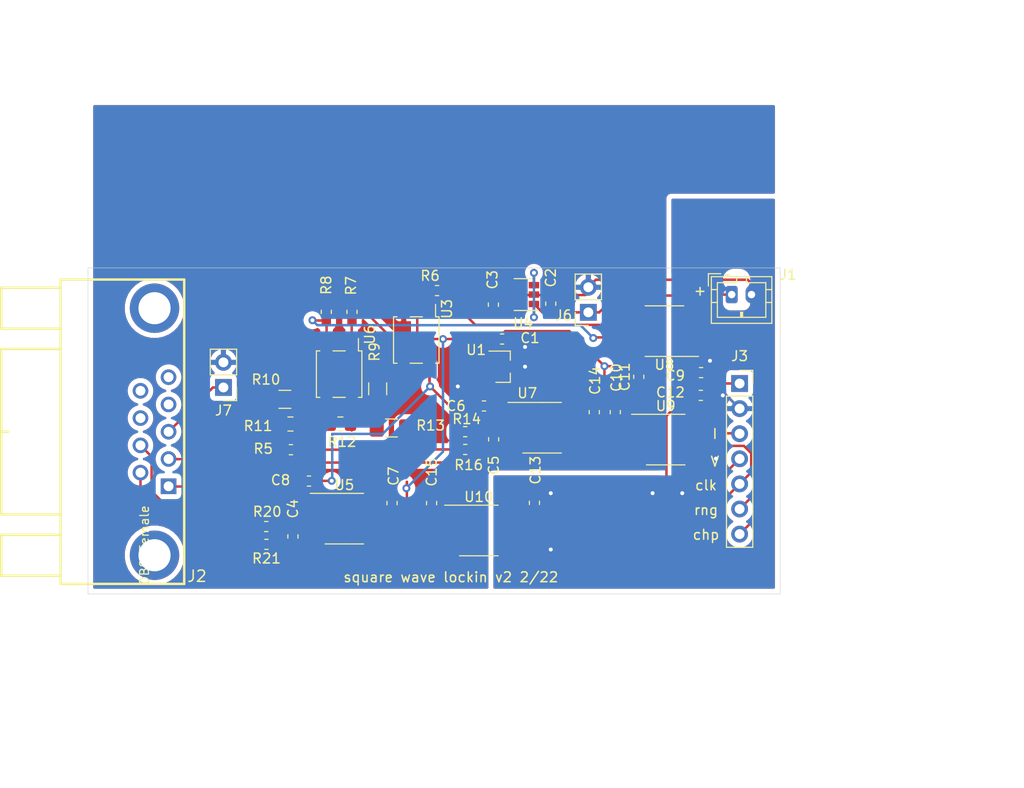
<source format=kicad_pcb>
(kicad_pcb (version 20171130) (host pcbnew "(5.1.5-0)")
  (layers (0 F.Cu signal) (31 B.Cu signal) (34 B.Paste user) (35 F.Paste user) (36 B.SilkS user) (37 F.SilkS user) (38 B.Mask user) (39 F.Mask user) (44 Edge.Cuts user))
  (net 0 "")
  (net 1 GND)
  (net 2 +3V3)
  (net 3 "Net-(C2-Pad1)")
  (net 4 "Net-(C4-Pad2)")
  (net 5 "Net-(C4-Pad1)")
  (net 6 "Net-(C5-Pad2)")
  (net 7 "Net-(C5-Pad1)")
  (net 8 /vref)
  (net 9 "Net-(R6-Pad2)")
  (net 10 /sig)
  (net 11 "Net-(R11-Pad1)")
  (net 12 +3.3VP)
  (net 13 "Net-(R6-Pad1)")
  (net 14 "Net-(R7-Pad1)")
  (net 15 /range_toggle)
  (net 16 /I-)
  (net 17 /I+)
  (net 18 /V+)
  (net 19 /V-)
  (net 20 "Net-(U4-Pad4)")
  (net 21 "Net-(U5-Pad8)")
  (net 22 "Net-(U10-Pad2)")
  (net 23 "Net-(U10-Pad3)")
  (net 24 "Net-(U7-Pad8)")
  (net 25 "Net-(U7-Pad6)")
  (net 26 "Net-(U7-Pad5)")
  (net 27 GNDD)
  (net 28 "Net-(J2-Pad9)")
  (net 29 "Net-(J2-Pad8)")
  (net 30 "Net-(J2-Pad5)")
  (net 31 "Net-(J2-Pad4)")
  (net 32 "Net-(J2-Pad3)")
  (net 33 "Net-(R13-Pad1)")
  (net 34 "Net-(R12-Pad1)")
  (net 35 /chop_in)
  (net 36 /rng_in)
  (net 37 /dclk)
  (net 38 /V_dout)
  (net 39 /I_dout)
  (module Connector_PinSocket_2.54mm:PinSocket_1x02_P2.54mm_Vertical (layer F.Cu) (at 160.6 71.5 180)
    (fp_text reference J6 (at 2.5 -0.3) (layer F.SilkS))
    (fp_text value receptacle)
    (pad 2 thru_hole oval (at 0 2.54 180) (size 1.7 1.7) (drill 1) (layers *.Cu *.Mask) (net 1 GND))
    (pad 1 thru_hole rect (at 0 0 180) (size 1.7 1.7) (drill 1) (layers *.Cu *.Mask) (net 3 "Net-(C2-Pad1)"))
  )
  (module Connector_PinSocket_2.54mm:PinSocket_1x07_P2.54mm_Vertical (layer F.Cu) (at 175.9 78.7)
    (fp_text reference J3 (at 0 -2.77) (layer F.SilkS))
    (fp_text value Conn_01x07_Female)
    (pad 7 thru_hole oval (at 0 15.24) (size 1.7 1.7) (drill 1) (layers *.Cu *.Mask) (net 35 /chop_in))
    (pad 6 thru_hole oval (at 0 12.7) (size 1.7 1.7) (drill 1) (layers *.Cu *.Mask) (net 36 /rng_in))
    (pad 5 thru_hole oval (at 0 10.16) (size 1.7 1.7) (drill 1) (layers *.Cu *.Mask) (net 37 /dclk))
    (pad 4 thru_hole oval (at 0 7.62) (size 1.7 1.7) (drill 1) (layers *.Cu *.Mask) (net 38 /V_dout))
    (pad 3 thru_hole oval (at 0 5.08) (size 1.7 1.7) (drill 1) (layers *.Cu *.Mask) (net 39 /I_dout))
    (pad 2 thru_hole oval (at 0 2.54) (size 1.7 1.7) (drill 1) (layers *.Cu *.Mask) (net 27 GNDD))
    (pad 1 thru_hole rect (at 0 0) (size 1.7 1.7) (drill 1) (layers *.Cu *.Mask) (net 12 +3.3VP))
  )
  (module Resistor_SMD:R_0805_2012Metric_Pad1.15x1.40mm_HandSolder (layer F.Cu) (at 135.525 82.8 180)
    (fp_text reference R12 (at -0.175 -1.8) (layer F.SilkS))
    (fp_text value 75K_0.1%)
    (pad 2 smd roundrect (at 1.025 0 180) (size 1.15 1.4) (layers F.Cu F.Paste F.Mask) (roundrect_rratio 0.217391) (net 11 "Net-(R11-Pad1)"))
    (pad 1 smd roundrect (at -1.025 0 180) (size 1.15 1.4) (layers F.Cu F.Paste F.Mask) (roundrect_rratio 0.217391) (net 34 "Net-(R12-Pad1)"))
  )
  (module Resistor_SMD:R_0805_2012Metric_Pad1.15x1.40mm_HandSolder (layer F.Cu) (at 130.475 82.8 180)
    (fp_text reference R11 (at 3.275 -0.2) (layer F.SilkS))
    (fp_text value 5K_0.1%)
    (pad 2 smd roundrect (at 1.025 0 180) (size 1.15 1.4) (layers F.Cu F.Paste F.Mask) (roundrect_rratio 0.217391) (net 16 /I-))
    (pad 1 smd roundrect (at -1.025 0 180) (size 1.15 1.4) (layers F.Cu F.Paste F.Mask) (roundrect_rratio 0.217391) (net 11 "Net-(R11-Pad1)"))
  )
  (module Resistor_SMD:R_0603_1608Metric_Pad1.05x0.95mm_HandSolder (layer F.Cu) (at 130.525 85.4)
    (fp_text reference R5 (at -2.8 -0.1) (layer F.SilkS))
    (fp_text value 100K_0.1%)
    (pad 2 smd roundrect (at 0.875 0) (size 1.05 0.95) (layers F.Cu F.Paste F.Mask) (net 33 "Net-(R13-Pad1)"))
    (pad 1 smd roundrect (at -0.875 0) (size 1.05 0.95) (layers F.Cu F.Paste F.Mask) (net 17 /I+))
  )
  (module 0my_footprints:DSUB-TH_DS1037-09FNAKT74-0CC (layer F.Cu) (at 116.73 83.58 180)
    (fp_text reference J2 (at -5.37 -14.62) (layer F.SilkS) (effects (font (size 1.143 1.143) (thickness 0.152)) (justify right)))
    (fp_text value DB9_Female (at 1.018 -7.374 270) (layer F.SilkS) (effects (font (size 0.889 0.889) (thickness 0.127)) (justify right)))
    (pad 10 thru_hole circle (at 0 -12.5 270) (size 5 5) (drill 3.25) (layers *.Cu *.Paste *.Mask))
    (pad 9 thru_hole circle (at 1.42 4.14 270) (size 1.575 1.575) (drill 1) (layers *.Cu *.Paste *.Mask) (net 28 "Net-(J2-Pad9)"))
    (pad 8 thru_hole circle (at 1.42 1.38 270) (size 1.575 1.575) (drill 1) (layers *.Cu *.Paste *.Mask) (net 29 "Net-(J2-Pad8)"))
    (pad 7 thru_hole circle (at 1.42 -1.38 270) (size 1.575 1.575) (drill 1) (layers *.Cu *.Paste *.Mask) (net 19 /V-))
    (pad 6 thru_hole circle (at 1.42 -4.14 270) (size 1.575 1.575) (drill 1) (layers *.Cu *.Paste *.Mask) (net 18 /V+))
    (pad 5 thru_hole circle (at -1.42 5.52 270) (size 1.575 1.575) (drill 1) (layers *.Cu *.Paste *.Mask) (net 30 "Net-(J2-Pad5)"))
    (pad 4 thru_hole circle (at -1.42 2.76 270) (size 1.575 1.575) (drill 1) (layers *.Cu *.Paste *.Mask) (net 31 "Net-(J2-Pad4)"))
    (pad 2 thru_hole circle (at -1.42 -2.76 270) (size 1.575 1.575) (drill 1) (layers *.Cu *.Paste *.Mask) (net 16 /I-))
    (pad 1 thru_hole rect (at -1.42 -5.52 270) (size 1.575 1.575) (drill 1) (layers *.Cu *.Paste *.Mask) (net 17 /I+))
    (pad 11 thru_hole circle (at 0 12.5 270) (size 5 5) (drill 3.25) (layers *.Cu *.Paste *.Mask))
    (pad 3 thru_hole circle (at -1.42 0 270) (size 1.575 1.575) (drill 1) (layers *.Cu *.Paste *.Mask) (net 32 "Net-(J2-Pad3)"))
  )
  (module Package_SO:SO-4_4.4x4.3mm_P2.54mm (layer F.Cu) (at 143.2 74.3 270)
    (fp_text reference U3 (at -3.15 -3.1 90) (layer F.SilkS))
    (fp_text value KAQY212S)
    (pad 3 smd rect (at 3 1.27 180) (size 0.8 1.2) (layers F.Cu F.Paste F.Mask) (net 10 /sig))
    (pad 2 smd rect (at -3 1.27 180) (size 0.8 1.2) (layers F.Cu F.Paste F.Mask) (net 1 GND))
    (pad 1 smd rect (at -3 -1.27 180) (size 0.8 1.2) (layers F.Cu F.Paste F.Mask) (net 9 "Net-(R6-Pad2)"))
    (pad 4 smd rect (at 3 -1.27 180) (size 0.8 1.2) (layers F.Cu F.Paste F.Mask) (net 8 /vref))
  )
  (module Connector_PinHeader_2.54mm:PinHeader_1x02_P2.54mm_Vertical (layer F.Cu) (at 123.7 79.1 180)
    (fp_text reference J7 (at 0 -2.33) (layer F.SilkS))
    (fp_text value Conn_01x02_Female)
    (pad 2 thru_hole oval (at 0 2.54 180) (size 1.7 1.7) (drill 1) (layers *.Cu *.Mask) (net 1 GND))
    (pad 1 thru_hole rect (at 0 0 180) (size 1.7 1.7) (drill 1) (layers *.Cu *.Mask) (net 32 "Net-(J2-Pad3)"))
  )
  (module Capacitor_SMD:C_0603_1608Metric_Pad1.05x0.95mm_HandSolder (layer F.Cu) (at 144.75 90.8 270)
    (fp_text reference C15 (at -3.125 0 270) (layer F.SilkS))
    (fp_text value 100nF)
    (pad 2 smd roundrect (at 0.875 0 270) (size 1.05 0.95) (layers F.Cu F.Paste F.Mask) (net 2 +3V3))
    (pad 1 smd roundrect (at -0.875 0 270) (size 1.05 0.95) (layers F.Cu F.Paste F.Mask) (net 1 GND))
  )
  (module Package_SO:SOP-8_3.9x4.9mm_P1.27mm (layer F.Cu) (at 135.925 92.375)
    (fp_text reference U5 (at 0 -3.4) (layer F.SilkS))
    (fp_text value CS1237)
    (pad 8 smd roundrect (at 2.625 -1.905) (size 1.65 0.6) (layers F.Cu F.Paste F.Mask) (net 21 "Net-(U5-Pad8)"))
    (pad 7 smd roundrect (at 2.625 -0.635) (size 1.65 0.6) (layers F.Cu F.Paste F.Mask) (net 2 +3V3))
    (pad 6 smd roundrect (at 2.625 0.635) (size 1.65 0.6) (layers F.Cu F.Paste F.Mask) (net 22 "Net-(U10-Pad2)"))
    (pad 5 smd roundrect (at 2.625 1.905) (size 1.65 0.6) (layers F.Cu F.Paste F.Mask) (net 23 "Net-(U10-Pad3)"))
    (pad 4 smd roundrect (at -2.625 1.905) (size 1.65 0.6) (layers F.Cu F.Paste F.Mask) (net 5 "Net-(C4-Pad1)"))
    (pad 3 smd roundrect (at -2.625 0.635) (size 1.65 0.6) (layers F.Cu F.Paste F.Mask) (net 4 "Net-(C4-Pad2)"))
    (pad 2 smd roundrect (at -2.625 -0.635) (size 1.65 0.6) (layers F.Cu F.Paste F.Mask) (net 1 GND))
    (pad 1 smd roundrect (at -2.625 -1.905) (size 1.65 0.6) (layers F.Cu F.Paste F.Mask) (net 8 /vref))
  )
  (module Capacitor_SMD:C_0603_1608Metric_Pad1.05x0.95mm_HandSolder (layer F.Cu) (at 161.2 81.6 270)
    (fp_text reference C14 (at -3.2 -0.075 90) (layer F.SilkS))
    (fp_text value 100nF)
    (pad 2 smd roundrect (at 0.875 0 270) (size 1.05 0.95) (layers F.Cu F.Paste F.Mask) (net 2 +3V3))
    (pad 1 smd roundrect (at -0.875 0 270) (size 1.05 0.95) (layers F.Cu F.Paste F.Mask) (net 1 GND))
  )
  (module Package_SO:SOIC-8_3.9x4.9mm_P1.27mm (layer F.Cu) (at 149.525 93.575)
    (fp_text reference U10 (at 0 -3.4) (layer F.SilkS))
    (fp_text value PI121)
    (pad 8 smd roundrect (at 2.475 -1.905) (size 1.95 0.6) (layers F.Cu F.Paste F.Mask) (net 12 +3.3VP))
    (pad 7 smd roundrect (at 2.475 -0.635) (size 1.95 0.6) (layers F.Cu F.Paste F.Mask) (net 38 /V_dout))
    (pad 6 smd roundrect (at 2.475 0.635) (size 1.95 0.6) (layers F.Cu F.Paste F.Mask) (net 37 /dclk))
    (pad 5 smd roundrect (at 2.475 1.905) (size 1.95 0.6) (layers F.Cu F.Paste F.Mask) (net 27 GNDD))
    (pad 4 smd roundrect (at -2.475 1.905) (size 1.95 0.6) (layers F.Cu F.Paste F.Mask) (net 1 GND))
    (pad 3 smd roundrect (at -2.475 0.635) (size 1.95 0.6) (layers F.Cu F.Paste F.Mask) (net 23 "Net-(U10-Pad3)"))
    (pad 2 smd roundrect (at -2.475 -0.635) (size 1.95 0.6) (layers F.Cu F.Paste F.Mask) (net 22 "Net-(U10-Pad2)"))
    (pad 1 smd roundrect (at -2.475 -1.905) (size 1.95 0.6) (layers F.Cu F.Paste F.Mask) (net 2 +3V3))
  )
  (module Package_SO:SOIC-8_3.9x4.9mm_P1.27mm (layer F.Cu) (at 168.425 84.375)
    (fp_text reference U9 (at 0 -3.4) (layer F.SilkS))
    (fp_text value PI121)
    (pad 8 smd roundrect (at 2.475 -1.905) (size 1.95 0.6) (layers F.Cu F.Paste F.Mask) (net 12 +3.3VP))
    (pad 7 smd roundrect (at 2.475 -0.635) (size 1.95 0.6) (layers F.Cu F.Paste F.Mask) (net 39 /I_dout))
    (pad 6 smd roundrect (at 2.475 0.635) (size 1.95 0.6) (layers F.Cu F.Paste F.Mask) (net 37 /dclk))
    (pad 5 smd roundrect (at 2.475 1.905) (size 1.95 0.6) (layers F.Cu F.Paste F.Mask) (net 27 GNDD))
    (pad 4 smd roundrect (at -2.475 1.905) (size 1.95 0.6) (layers F.Cu F.Paste F.Mask) (net 1 GND))
    (pad 3 smd roundrect (at -2.475 0.635) (size 1.95 0.6) (layers F.Cu F.Paste F.Mask) (net 26 "Net-(U7-Pad5)"))
    (pad 2 smd roundrect (at -2.475 -0.635) (size 1.95 0.6) (layers F.Cu F.Paste F.Mask) (net 25 "Net-(U7-Pad6)"))
    (pad 1 smd roundrect (at -2.475 -1.905) (size 1.95 0.6) (layers F.Cu F.Paste F.Mask) (net 2 +3V3))
  )
  (module Package_SO:SOIC-8_3.9x4.9mm_P1.27mm (layer F.Cu) (at 168.3 73.4 180)
    (fp_text reference U8 (at 0 -3.4) (layer F.SilkS))
    (fp_text value PI120)
    (pad 8 smd roundrect (at 2.475 -1.905 180) (size 1.95 0.6) (layers F.Cu F.Paste F.Mask) (net 2 +3V3))
    (pad 7 smd roundrect (at 2.475 -0.635 180) (size 1.95 0.6) (layers F.Cu F.Paste F.Mask) (net 15 /range_toggle))
    (pad 6 smd roundrect (at 2.475 0.635 180) (size 1.95 0.6) (layers F.Cu F.Paste F.Mask) (net 13 "Net-(R6-Pad1)"))
    (pad 5 smd roundrect (at 2.475 1.905 180) (size 1.95 0.6) (layers F.Cu F.Paste F.Mask) (net 1 GND))
    (pad 4 smd roundrect (at -2.475 1.905 180) (size 1.95 0.6) (layers F.Cu F.Paste F.Mask) (net 27 GNDD))
    (pad 3 smd roundrect (at -2.475 0.635 180) (size 1.95 0.6) (layers F.Cu F.Paste F.Mask) (net 35 /chop_in))
    (pad 2 smd roundrect (at -2.475 -0.635 180) (size 1.95 0.6) (layers F.Cu F.Paste F.Mask) (net 36 /rng_in))
    (pad 1 smd roundrect (at -2.475 -1.905 180) (size 1.95 0.6) (layers F.Cu F.Paste F.Mask) (net 12 +3.3VP))
  )
  (module Package_SO:SOP-8_3.9x4.9mm_P1.27mm (layer F.Cu) (at 155.925 83.175)
    (fp_text reference U7 (at -1.5 -3.5) (layer F.SilkS))
    (fp_text value CS1237)
    (pad 8 smd roundrect (at 2.625 -1.905) (size 1.65 0.6) (layers F.Cu F.Paste F.Mask) (net 24 "Net-(U7-Pad8)"))
    (pad 7 smd roundrect (at 2.625 -0.635) (size 1.65 0.6) (layers F.Cu F.Paste F.Mask) (net 2 +3V3))
    (pad 6 smd roundrect (at 2.625 0.635) (size 1.65 0.6) (layers F.Cu F.Paste F.Mask) (net 25 "Net-(U7-Pad6)"))
    (pad 5 smd roundrect (at 2.625 1.905) (size 1.65 0.6) (layers F.Cu F.Paste F.Mask) (net 26 "Net-(U7-Pad5)"))
    (pad 4 smd roundrect (at -2.625 1.905) (size 1.65 0.6) (layers F.Cu F.Paste F.Mask) (net 7 "Net-(C5-Pad1)"))
    (pad 3 smd roundrect (at -2.625 0.635) (size 1.65 0.6) (layers F.Cu F.Paste F.Mask) (net 6 "Net-(C5-Pad2)"))
    (pad 2 smd roundrect (at -2.625 -0.635) (size 1.65 0.6) (layers F.Cu F.Paste F.Mask) (net 1 GND))
    (pad 1 smd roundrect (at -2.625 -1.905) (size 1.65 0.6) (layers F.Cu F.Paste F.Mask) (net 8 /vref))
  )
  (module Package_SO:SO-4_4.4x4.3mm_P2.54mm (layer F.Cu) (at 135.4 77.75 270)
    (fp_text reference U6 (at -4 -3.1 90) (layer F.SilkS))
    (fp_text value KAQY212S)
    (pad 3 smd rect (at 3 1.27 180) (size 0.8 1.2) (layers F.Cu F.Paste F.Mask) (net 11 "Net-(R11-Pad1)"))
    (pad 2 smd rect (at -3 1.27 180) (size 0.8 1.2) (layers F.Cu F.Paste F.Mask) (net 15 /range_toggle))
    (pad 1 smd rect (at -3 -1.27 180) (size 0.8 1.2) (layers F.Cu F.Paste F.Mask) (net 14 "Net-(R7-Pad1)"))
    (pad 4 smd rect (at 3 -1.27 180) (size 0.8 1.2) (layers F.Cu F.Paste F.Mask) (net 34 "Net-(R12-Pad1)"))
  )
  (module Package_TO_SOT_SMD:SOT-23-5 (layer F.Cu) (at 154 69.7 180)
    (fp_text reference U4 (at 0 -2.9) (layer F.SilkS))
    (fp_text value LP5907MFX-3.3)
    (pad 5 smd rect (at 1.1 -0.95 180) (size 1.06 0.65) (layers F.Cu F.Paste F.Mask) (net 2 +3V3))
    (pad 4 smd rect (at 1.1 0.95 180) (size 1.06 0.65) (layers F.Cu F.Paste F.Mask) (net 20 "Net-(U4-Pad4)"))
    (pad 3 smd rect (at -1.1 0.95 180) (size 1.06 0.65) (layers F.Cu F.Paste F.Mask) (net 3 "Net-(C2-Pad1)"))
    (pad 2 smd rect (at -1.1 0 180) (size 1.06 0.65) (layers F.Cu F.Paste F.Mask) (net 1 GND))
    (pad 1 smd rect (at -1.1 -0.95 180) (size 1.06 0.65) (layers F.Cu F.Paste F.Mask) (net 3 "Net-(C2-Pad1)"))
  )
  (module Resistor_SMD:R_0603_1608Metric_Pad1.05x0.95mm_HandSolder (layer F.Cu) (at 148.15 85.375 180)
    (fp_text reference R16 (at -0.35 -1.575) (layer F.SilkS))
    (fp_text value 100)
    (pad 2 smd roundrect (at 0.875 0 180) (size 1.05 0.95) (layers F.Cu F.Paste F.Mask) (net 33 "Net-(R13-Pad1)"))
    (pad 1 smd roundrect (at -0.875 0 180) (size 1.05 0.95) (layers F.Cu F.Paste F.Mask) (net 7 "Net-(C5-Pad1)"))
  )
  (module Resistor_SMD:R_0603_1608Metric_Pad1.05x0.95mm_HandSolder (layer F.Cu) (at 148.15 83.575 180)
    (fp_text reference R14 (at -0.15 1.275) (layer F.SilkS))
    (fp_text value 100)
    (pad 2 smd roundrect (at 0.875 0 180) (size 1.05 0.95) (layers F.Cu F.Paste F.Mask) (net 17 /I+))
    (pad 1 smd roundrect (at -0.875 0 180) (size 1.05 0.95) (layers F.Cu F.Paste F.Mask) (net 6 "Net-(C5-Pad2)"))
  )
  (module Resistor_SMD:R_1206_3216Metric_Pad1.42x1.75mm_HandSolder (layer F.Cu) (at 140.6875 83.2 180)
    (fp_text reference R13 (at -3.9625 0.25) (layer F.SilkS))
    (fp_text value 1M_0.1%)
    (pad 2 smd roundrect (at 1.4875 0 180) (size 1.425 1.75) (layers F.Cu F.Paste F.Mask) (roundrect_rratio 0.175439) (net 34 "Net-(R12-Pad1)"))
    (pad 1 smd roundrect (at -1.4875 0 180) (size 1.425 1.75) (layers F.Cu F.Paste F.Mask) (roundrect_rratio 0.175439) (net 33 "Net-(R13-Pad1)"))
  )
  (module Resistor_SMD:R_1206_3216Metric_Pad1.42x1.75mm_HandSolder (layer F.Cu) (at 129.9125 80.3 180)
    (fp_text reference R10 (at 1.9125 2) (layer F.SilkS))
    (fp_text value 1M_0.1%)
    (pad 2 smd roundrect (at 1.4875 0 180) (size 1.425 1.75) (layers F.Cu F.Paste F.Mask) (roundrect_rratio 0.175439) (net 16 /I-))
    (pad 1 smd roundrect (at -1.4875 0 180) (size 1.425 1.75) (layers F.Cu F.Paste F.Mask) (roundrect_rratio 0.175439) (net 1 GND))
  )
  (module Resistor_SMD:R_1206_3216Metric_Pad1.42x1.75mm_HandSolder (layer F.Cu) (at 139.3 79.2375 90)
    (fp_text reference R9 (at 3.7375 -0.325 270) (layer F.SilkS))
    (fp_text value 1M_0.1%)
    (pad 2 smd roundrect (at 1.4875 0 90) (size 1.425 1.75) (layers F.Cu F.Paste F.Mask) (roundrect_rratio 0.175439) (net 10 /sig))
    (pad 1 smd roundrect (at -1.4875 0 90) (size 1.425 1.75) (layers F.Cu F.Paste F.Mask) (roundrect_rratio 0.175439) (net 34 "Net-(R12-Pad1)"))
  )
  (module Resistor_SMD:R_0603_1608Metric_Pad1.05x0.95mm_HandSolder (layer F.Cu) (at 134.1 71.45 90)
    (fp_text reference R8 (at 2.7 0 90) (layer F.SilkS))
    (fp_text value 1K)
    (pad 2 smd roundrect (at 0.875 0 90) (size 1.05 0.95) (layers F.Cu F.Paste F.Mask) (net 2 +3V3))
    (pad 1 smd roundrect (at -0.875 0 90) (size 1.05 0.95) (layers F.Cu F.Paste F.Mask) (net 15 /range_toggle))
  )
  (module Resistor_SMD:R_0603_1608Metric_Pad1.05x0.95mm_HandSolder (layer F.Cu) (at 136.7 71.45 90)
    (fp_text reference R7 (at 2.65 -0.1 90) (layer F.SilkS))
    (fp_text value 1K)
    (pad 2 smd roundrect (at 0.875 0 90) (size 1.05 0.95) (layers F.Cu F.Paste F.Mask) (net 2 +3V3))
    (pad 1 smd roundrect (at -0.875 0 90) (size 1.05 0.95) (layers F.Cu F.Paste F.Mask) (net 14 "Net-(R7-Pad1)"))
  )
  (module Connector_JST:JST_PH_B2B-PH-K_1x02_P2.00mm_Vertical (layer F.Cu) (at 175.1 69.7)
    (fp_text reference J1 (at 5.7 -2) (layer F.SilkS))
    (fp_text value battery)
    (pad 2 thru_hole oval (at 2 0) (size 1.2 1.75) (drill 0.75) (layers *.Cu *.Mask) (net 1 GND))
    (pad 1 thru_hole roundrect (at 0 0) (size 1.2 1.75) (drill 0.75) (layers *.Cu *.Mask) (roundrect_rratio 0.208333) (net 3 "Net-(C2-Pad1)"))
  )
  (module Capacitor_SMD:C_0603_1608Metric_Pad1.05x0.95mm_HandSolder (layer F.Cu) (at 155.15 90.775 270)
    (fp_text reference C13 (at -3.3 -0.1 90) (layer F.SilkS))
    (fp_text value 100nF)
    (pad 2 smd roundrect (at 0.875 0 270) (size 1.05 0.95) (layers F.Cu F.Paste F.Mask) (net 12 +3.3VP))
    (pad 1 smd roundrect (at -0.875 0 270) (size 1.05 0.95) (layers F.Cu F.Paste F.Mask) (net 27 GNDD))
  )
  (module Capacitor_SMD:C_0603_1608Metric_Pad1.05x0.95mm_HandSolder (layer F.Cu) (at 171.975 79.9 180)
    (fp_text reference C12 (at 3.075 0.3) (layer F.SilkS))
    (fp_text value 100nF)
    (pad 2 smd roundrect (at 0.875 0 180) (size 1.05 0.95) (layers F.Cu F.Paste F.Mask) (net 12 +3.3VP))
    (pad 1 smd roundrect (at -0.875 0 180) (size 1.05 0.95) (layers F.Cu F.Paste F.Mask) (net 27 GNDD))
  )
  (module Capacitor_SMD:C_0603_1608Metric_Pad1.05x0.95mm_HandSolder (layer F.Cu) (at 165.7 78.025 90)
    (fp_text reference C11 (at 0 -1.43 90) (layer F.SilkS))
    (fp_text value 100nF)
    (pad 2 smd roundrect (at 0.875 0 90) (size 1.05 0.95) (layers F.Cu F.Paste F.Mask) (net 2 +3V3))
    (pad 1 smd roundrect (at -0.875 0 90) (size 1.05 0.95) (layers F.Cu F.Paste F.Mask) (net 1 GND))
  )
  (module Capacitor_SMD:C_0603_1608Metric_Pad1.05x0.95mm_HandSolder (layer F.Cu) (at 163.325 81.6 270)
    (fp_text reference C10 (at -3.5 -0.1 90) (layer F.SilkS))
    (fp_text value 100nF)
    (pad 2 smd roundrect (at 0.875 0 270) (size 1.05 0.95) (layers F.Cu F.Paste F.Mask) (net 2 +3V3))
    (pad 1 smd roundrect (at -0.875 0 270) (size 1.05 0.95) (layers F.Cu F.Paste F.Mask) (net 1 GND))
  )
  (module Capacitor_SMD:C_0603_1608Metric_Pad1.05x0.95mm_HandSolder (layer F.Cu) (at 172 77.6 180)
    (fp_text reference C9 (at 2.6 -0.3) (layer F.SilkS))
    (fp_text value 100nF)
    (pad 2 smd roundrect (at 0.875 0 180) (size 1.05 0.95) (layers F.Cu F.Paste F.Mask) (net 12 +3.3VP))
    (pad 1 smd roundrect (at -0.875 0 180) (size 1.05 0.95) (layers F.Cu F.Paste F.Mask) (net 27 GNDD))
  )
  (module Capacitor_SMD:C_0603_1608Metric_Pad1.05x0.95mm_HandSolder (layer F.Cu) (at 132.35 88.575 180)
    (fp_text reference C8 (at 2.875 0.1) (layer F.SilkS))
    (fp_text value 100nF)
    (pad 2 smd roundrect (at 0.875 0 180) (size 1.05 0.95) (layers F.Cu F.Paste F.Mask) (net 1 GND))
    (pad 1 smd roundrect (at -0.875 0 180) (size 1.05 0.95) (layers F.Cu F.Paste F.Mask) (net 8 /vref))
  )
  (module Capacitor_SMD:C_0603_1608Metric_Pad1.05x0.95mm_HandSolder (layer F.Cu) (at 150.05 80.975 180)
    (fp_text reference C6 (at 2.825 0) (layer F.SilkS))
    (fp_text value 100nF)
    (pad 2 smd roundrect (at 0.875 0 180) (size 1.05 0.95) (layers F.Cu F.Paste F.Mask) (net 1 GND))
    (pad 1 smd roundrect (at -0.875 0 180) (size 1.05 0.95) (layers F.Cu F.Paste F.Mask) (net 8 /vref))
  )
  (module Capacitor_SMD:C_0603_1608Metric_Pad1.05x0.95mm_HandSolder (layer F.Cu) (at 151.025 84.35 90)
    (fp_text reference C5 (at -2.625 0 90) (layer F.SilkS))
    (fp_text value 100nF)
    (pad 2 smd roundrect (at 0.875 0 90) (size 1.05 0.95) (layers F.Cu F.Paste F.Mask) (net 6 "Net-(C5-Pad2)"))
    (pad 1 smd roundrect (at -0.875 0 90) (size 1.05 0.95) (layers F.Cu F.Paste F.Mask) (net 7 "Net-(C5-Pad1)"))
  )
  (module Capacitor_SMD:C_0603_1608Metric_Pad1.05x0.95mm_HandSolder (layer F.Cu) (at 151 70.725 90)
    (fp_text reference C3 (at 2.525 -0.1 90) (layer F.SilkS))
    (fp_text value 1uF)
    (pad 2 smd roundrect (at 0.875 0 90) (size 1.05 0.95) (layers F.Cu F.Paste F.Mask) (net 1 GND))
    (pad 1 smd roundrect (at -0.875 0 90) (size 1.05 0.95) (layers F.Cu F.Paste F.Mask) (net 2 +3V3))
  )
  (module Capacitor_SMD:C_0603_1608Metric_Pad1.05x0.95mm_HandSolder (layer F.Cu) (at 156.8 70.625 90)
    (fp_text reference C2 (at 2.625 0 90) (layer F.SilkS))
    (fp_text value 1uF)
    (pad 2 smd roundrect (at 0.875 0 90) (size 1.05 0.95) (layers F.Cu F.Paste F.Mask) (net 1 GND))
    (pad 1 smd roundrect (at -0.875 0 90) (size 1.05 0.95) (layers F.Cu F.Paste F.Mask) (net 3 "Net-(C2-Pad1)"))
  )
  (module Package_TO_SOT_SMD:SOT-23 (layer F.Cu) (at 151.95 77)
    (fp_text reference U1 (at -2.7 -1.7) (layer F.SilkS))
    (fp_text value REF3020)
    (pad 3 smd rect (at 1 0) (size 0.9 0.8) (layers F.Cu F.Paste F.Mask) (net 1 GND))
    (pad 2 smd rect (at -1 0.95) (size 0.9 0.8) (layers F.Cu F.Paste F.Mask) (net 8 /vref))
    (pad 1 smd rect (at -1 -0.95) (size 0.9 0.8) (layers F.Cu F.Paste F.Mask) (net 2 +3V3))
  )
  (module Resistor_SMD:R_0603_1608Metric_Pad1.05x0.95mm_HandSolder (layer F.Cu) (at 128.05 94.975 180)
    (fp_text reference R21 (at 0 -1.43) (layer F.SilkS))
    (fp_text value 100)
    (pad 2 smd roundrect (at 0.875 0 180) (size 1.05 0.95) (layers F.Cu F.Paste F.Mask) (net 18 /V+))
    (pad 1 smd roundrect (at -0.875 0 180) (size 1.05 0.95) (layers F.Cu F.Paste F.Mask) (net 5 "Net-(C4-Pad1)"))
  )
  (module Resistor_SMD:R_0603_1608Metric_Pad1.05x0.95mm_HandSolder (layer F.Cu) (at 128.025 93.175 180)
    (fp_text reference R20 (at -0.1 1.5) (layer F.SilkS))
    (fp_text value 100)
    (pad 2 smd roundrect (at 0.875 0 180) (size 1.05 0.95) (layers F.Cu F.Paste F.Mask) (net 19 /V-))
    (pad 1 smd roundrect (at -0.875 0 180) (size 1.05 0.95) (layers F.Cu F.Paste F.Mask) (net 4 "Net-(C4-Pad2)"))
  )
  (module Resistor_SMD:R_0603_1608Metric_Pad1.05x0.95mm_HandSolder (layer F.Cu) (at 145.3 69.3 180)
    (fp_text reference R6 (at 0.7 1.5) (layer F.SilkS))
    (fp_text value 1K)
    (pad 2 smd roundrect (at 0.875 0 180) (size 1.05 0.95) (layers F.Cu F.Paste F.Mask) (net 9 "Net-(R6-Pad2)"))
    (pad 1 smd roundrect (at -0.875 0 180) (size 1.05 0.95) (layers F.Cu F.Paste F.Mask) (net 13 "Net-(R6-Pad1)"))
  )
  (module Capacitor_SMD:C_0603_1608Metric_Pad1.05x0.95mm_HandSolder (layer F.Cu) (at 140.75 90.8 270)
    (fp_text reference C7 (at -2.725 -0.15 90) (layer F.SilkS))
    (fp_text value 100nF)
    (pad 2 smd roundrect (at 0.875 0 270) (size 1.05 0.95) (layers F.Cu F.Paste F.Mask) (net 2 +3V3))
    (pad 1 smd roundrect (at -0.875 0 270) (size 1.05 0.95) (layers F.Cu F.Paste F.Mask) (net 1 GND))
  )
  (module Capacitor_SMD:C_0603_1608Metric_Pad1.05x0.95mm_HandSolder (layer F.Cu) (at 130.725 94.175 90)
    (fp_text reference C4 (at 2.8 0 90) (layer F.SilkS))
    (fp_text value 100nF)
    (pad 2 smd roundrect (at 0.875 0 90) (size 1.05 0.95) (layers F.Cu F.Paste F.Mask) (net 4 "Net-(C4-Pad2)"))
    (pad 1 smd roundrect (at -0.875 0 90) (size 1.05 0.95) (layers F.Cu F.Paste F.Mask) (net 5 "Net-(C4-Pad1)"))
  )
  (module Capacitor_SMD:C_0603_1608Metric_Pad1.05x0.95mm_HandSolder (layer F.Cu) (at 151.875 74.2)
    (fp_text reference C1 (at 2.825 -0.1) (layer F.SilkS))
    (fp_text value 470nF)
    (pad 2 smd roundrect (at 0.875 0) (size 1.05 0.95) (layers F.Cu F.Paste F.Mask) (net 1 GND))
    (pad 1 smd roundrect (at -0.875 0) (size 1.05 0.95) (layers F.Cu F.Paste F.Mask) (net 2 +3V3))
  )
  (gr_text "square wave lockin v2 2/22" (at 146.7 98.3) (layer F.SilkS) (effects (font (size 1 1))))
  (gr_text + (at 171.9 69.3) (layer F.SilkS) (effects (font (size 1 1))))
  (gr_text I (at 173.4 83.8) (layer F.SilkS) (effects (font (size 1 1))))
  (gr_text V (at 173.4 86.6) (layer F.SilkS) (effects (font (size 1 1))))
  (gr_text clk (at 172.5 89) (layer F.SilkS) (effects (font (size 1 1))))
  (gr_text rng (at 172.5 91.5) (layer F.SilkS) (effects (font (size 1 1))))
  (gr_text "chp\n" (at 172.5 94) (layer F.SilkS) (effects (font (size 1 1))))
  (gr_line (start 110 100) (end 110 67) (layer Edge.Cuts) (width 0.05))
  (gr_line (start 180 100) (end 110 100) (layer Edge.Cuts) (width 0.05))
  (gr_line (start 180 67) (end 180 100) (layer Edge.Cuts) (width 0.05))
  (gr_line (start 110 67) (end 180 67) (layer Edge.Cuts) (width 0.05))
  (segment (start 151.1 69.75) (end 151 69.85) (width 0.25) (layer F.Cu) (net 1))
  (segment (start 156.8 69.75) (end 151.1 69.75) (width 0.25) (layer F.Cu) (net 1))
  (segment (start 160.3 69.75) (end 160.5 69.55) (width 0.25) (layer F.Cu) (net 1))
  (segment (start 156.8 69.75) (end 160.3 69.75) (width 0.25) (layer F.Cu) (net 1))
  (via (at 154.2 75) (size 0.8) (drill 0.4) (layers F.Cu B.Cu) (net 1))
  (segment (start 153.4 74.2) (end 154.2 75) (width 0.25) (layer F.Cu) (net 1))
  (segment (start 152.75 74.2) (end 153.4 74.2) (width 0.25) (layer F.Cu) (net 1))
  (via (at 154.2 77) (size 0.8) (drill 0.4) (layers F.Cu B.Cu) (net 1))
  (segment (start 152.95 77) (end 154.2 77) (width 0.25) (layer F.Cu) (net 1))
  (via (at 147.4 79) (size 0.8) (drill 0.4) (layers F.Cu B.Cu) (net 1))
  (segment (start 148.65 80.975) (end 147.4 79.725) (width 0.25) (layer F.Cu) (net 1))
  (segment (start 147.4 79.725) (end 147.4 79) (width 0.25) (layer F.Cu) (net 1))
  (segment (start 149.175 80.975) (end 148.65 80.975) (width 0.25) (layer F.Cu) (net 1))
  (segment (start 161.36 68.2) (end 160.6 68.96) (width 0.25) (layer F.Cu) (net 1))
  (segment (start 176.725 68.2) (end 161.36 68.2) (width 0.25) (layer F.Cu) (net 1))
  (segment (start 177.1 68.575) (end 176.725 68.2) (width 0.25) (layer F.Cu) (net 1))
  (segment (start 177.1 69.7) (end 177.1 68.575) (width 0.25) (layer F.Cu) (net 1))
  (segment (start 138.615 91.675) (end 138.55 91.74) (width 0.25) (layer F.Cu) (net 2))
  (segment (start 142.175 91.675) (end 138.615 91.675) (width 0.25) (layer F.Cu) (net 2))
  (segment (start 150.95 74.25) (end 151 74.2) (width 0.25) (layer F.Cu) (net 2))
  (segment (start 144.23 91.67) (end 144.225 91.675) (width 0.25) (layer F.Cu) (net 2))
  (segment (start 147.05 91.67) (end 144.23 91.67) (width 0.25) (layer F.Cu) (net 2))
  (segment (start 158.62 82.47) (end 158.55 82.54) (width 0.25) (layer F.Cu) (net 2))
  (segment (start 142.18 91.67) (end 142.175 91.675) (width 0.25) (layer F.Cu) (net 2))
  (segment (start 162.23 82.47) (end 162.2 82.5) (width 0.25) (layer F.Cu) (net 2))
  (segment (start 165.85 82.47) (end 162.23 82.47) (width 0.25) (layer F.Cu) (net 2))
  (segment (start 162.23 82.47) (end 158.62 82.47) (width 0.25) (layer F.Cu) (net 2))
  (segment (start 165.825 77.025) (end 165.7 77.15) (width 0.25) (layer F.Cu) (net 2))
  (segment (start 165.825 75.305) (end 165.825 77.025) (width 0.25) (layer F.Cu) (net 2))
  (segment (start 162.23 76.945) (end 162.23 82.47) (width 0.25) (layer F.Cu) (net 2))
  (segment (start 165.7 77.15) (end 165.225 77.15) (width 0.25) (layer F.Cu) (net 2))
  (segment (start 136.7 70.575) (end 134.1 70.575) (width 0.25) (layer F.Cu) (net 2))
  (segment (start 150.95 74.65) (end 150.95 74.25) (width 0.25) (layer F.Cu) (net 2))
  (segment (start 150.95 76.05) (end 150.95 74.65) (width 0.25) (layer F.Cu) (net 2))
  (segment (start 134.075 70.6) (end 134.1 70.575) (width 0.25) (layer F.Cu) (net 2))
  (segment (start 151.95 70.65) (end 151 71.6) (width 0.25) (layer F.Cu) (net 2))
  (segment (start 152.9 70.65) (end 151.95 70.65) (width 0.25) (layer F.Cu) (net 2))
  (via (at 162.23 76.945) (size 0.8) (drill 0.4) (layers F.Cu B.Cu) (net 2))
  (segment (start 142.25 88.65) (end 142.25 91.65) (width 0.25) (layer F.Cu) (net 2))
  (segment (start 142.25 91.65) (end 142.18 91.67) (width 0.25) (layer F.Cu) (net 2))
  (segment (start 144.23 91.67) (end 142.25 91.65) (width 0.25) (layer F.Cu) (net 2))
  (segment (start 152.20001 73.39999) (end 158.68499 73.39999) (width 0.25) (layer F.Cu) (net 2))
  (segment (start 158.68499 73.39999) (end 162.23 76.945) (width 0.25) (layer F.Cu) (net 2))
  (segment (start 150.95 74.65) (end 152.20001 73.39999) (width 0.25) (layer F.Cu) (net 2))
  (segment (start 151 74.2) (end 146.4 74.2) (width 0.25) (layer F.Cu) (net 2))
  (segment (start 150.475 74.2) (end 151 74.2) (width 0.25) (layer F.Cu) (net 2))
  (segment (start 137.175 70.575) (end 140.8 74.2) (width 0.25) (layer F.Cu) (net 2))
  (segment (start 136.7 70.575) (end 137.175 70.575) (width 0.25) (layer F.Cu) (net 2))
  (segment (start 165.495 76.945) (end 165.7 77.15) (width 0.25) (layer F.Cu) (net 2))
  (segment (start 162.23 76.945) (end 165.495 76.945) (width 0.25) (layer F.Cu) (net 2))
  (via (at 142.2 89.3) (size 0.8) (drill 0.4) (layers F.Cu B.Cu) (net 2))
  (segment (start 142.25 89.25) (end 142.2 89.3) (width 0.25) (layer F.Cu) (net 2))
  (segment (start 142.25 88.65) (end 142.25 89.25) (width 0.25) (layer F.Cu) (net 2))
  (via (at 145.9 74.2) (size 0.8) (drill 0.4) (layers F.Cu B.Cu) (net 2))
  (segment (start 145.9 85.6) (end 145.9 74.2) (width 0.25) (layer B.Cu) (net 2))
  (segment (start 142.2 89.3) (end 145.9 85.6) (width 0.25) (layer B.Cu) (net 2))
  (segment (start 145.9 74.2) (end 150.475 74.2) (width 0.25) (layer F.Cu) (net 2))
  (segment (start 150.525 71.6) (end 147.42499 68.49999) (width 0.25) (layer F.Cu) (net 2))
  (segment (start 151 71.6) (end 150.525 71.6) (width 0.25) (layer F.Cu) (net 2))
  (segment (start 143.3 69.1) (end 143.3 74.2) (width 0.25) (layer F.Cu) (net 2))
  (segment (start 143.90001 68.49999) (end 143.3 69.1) (width 0.25) (layer F.Cu) (net 2))
  (segment (start 147.42499 68.49999) (end 143.90001 68.49999) (width 0.25) (layer F.Cu) (net 2))
  (segment (start 143.3 74.2) (end 145.9 74.2) (width 0.25) (layer F.Cu) (net 2))
  (segment (start 140.8 74.2) (end 143.3 74.2) (width 0.25) (layer F.Cu) (net 2))
  (segment (start 155.95 71.5) (end 155.1 70.65) (width 0.25) (layer F.Cu) (net 3))
  (segment (start 156.8 71.5) (end 155.95 71.5) (width 0.25) (layer F.Cu) (net 3))
  (segment (start 160.45 71.5) (end 160.5 71.55) (width 0.25) (layer F.Cu) (net 3))
  (segment (start 156.8 71.5) (end 160.45 71.5) (width 0.25) (layer F.Cu) (net 3))
  (via (at 155.1 67.5) (size 0.8) (drill 0.4) (layers F.Cu B.Cu) (net 3))
  (segment (start 155.1 68.75) (end 155.1 67.5) (width 0.25) (layer F.Cu) (net 3))
  (via (at 155.1 72) (size 0.8) (drill 0.4) (layers F.Cu B.Cu) (net 3))
  (segment (start 155.1 72.1) (end 155.1 72) (width 0.25) (layer B.Cu) (net 3))
  (segment (start 155.1 67.5) (end 155.1 72) (width 0.25) (layer B.Cu) (net 3))
  (segment (start 155.1 70.65) (end 155.1 72) (width 0.25) (layer F.Cu) (net 3))
  (segment (start 161.7 71.5) (end 163.4 69.8) (width 0.25) (layer F.Cu) (net 3))
  (segment (start 160.6 71.5) (end 161.7 71.5) (width 0.25) (layer F.Cu) (net 3))
  (segment (start 163.4 69.8) (end 172.9 69.8) (width 0.25) (layer F.Cu) (net 3))
  (segment (start 173 69.7) (end 175.1 69.7) (width 0.25) (layer F.Cu) (net 3))
  (segment (start 172.9 69.8) (end 173 69.7) (width 0.25) (layer F.Cu) (net 3))
  (segment (start 131.015 93.01) (end 130.725 93.3) (width 0.25) (layer F.Cu) (net 4))
  (segment (start 133.3 93.01) (end 131.015 93.01) (width 0.25) (layer F.Cu) (net 4))
  (segment (start 129.025 93.3) (end 128.9 93.175) (width 0.25) (layer F.Cu) (net 4))
  (segment (start 130.725 93.3) (end 129.025 93.3) (width 0.25) (layer F.Cu) (net 4))
  (segment (start 133.3 94.28) (end 132.22 94.28) (width 0.25) (layer F.Cu) (net 5))
  (segment (start 131.45 95.05) (end 130.725 95.05) (width 0.25) (layer F.Cu) (net 5))
  (segment (start 132.22 94.28) (end 131.45 95.05) (width 0.25) (layer F.Cu) (net 5))
  (segment (start 129 95.05) (end 128.925 94.975) (width 0.25) (layer F.Cu) (net 5))
  (segment (start 130.725 95.05) (end 129 95.05) (width 0.25) (layer F.Cu) (net 5))
  (segment (start 150.925 83.575) (end 151.025 83.475) (width 0.25) (layer F.Cu) (net 6))
  (segment (start 149.025 83.575) (end 150.925 83.575) (width 0.25) (layer F.Cu) (net 6))
  (segment (start 151.36 83.81) (end 151.025 83.475) (width 0.25) (layer F.Cu) (net 6))
  (segment (start 153.3 83.81) (end 151.36 83.81) (width 0.25) (layer F.Cu) (net 6))
  (segment (start 153.005 85.375) (end 153.3 85.08) (width 0.25) (layer F.Cu) (net 7))
  (segment (start 151.025 85.225) (end 151.075 85.225) (width 0.25) (layer F.Cu) (net 7))
  (segment (start 151.22 85.08) (end 153.3 85.08) (width 0.25) (layer F.Cu) (net 7))
  (segment (start 151.075 85.225) (end 151.22 85.08) (width 0.25) (layer F.Cu) (net 7))
  (segment (start 150.875 85.375) (end 151.025 85.225) (width 0.25) (layer F.Cu) (net 7))
  (segment (start 149.025 85.375) (end 150.875 85.375) (width 0.25) (layer F.Cu) (net 7))
  (segment (start 133.295 90.475) (end 133.3 90.47) (width 0.25) (layer F.Cu) (net 8))
  (segment (start 133.225 90.395) (end 133.3 90.47) (width 0.25) (layer F.Cu) (net 8))
  (segment (start 133.225 88.575) (end 133.225 90.395) (width 0.25) (layer F.Cu) (net 8))
  (segment (start 151.22 81.27) (end 150.925 80.975) (width 0.25) (layer F.Cu) (net 8))
  (segment (start 153.3 81.27) (end 151.22 81.27) (width 0.25) (layer F.Cu) (net 8))
  (segment (start 144.54 77.5) (end 144.54 78.35) (width 0.25) (layer F.Cu) (net 8))
  (segment (start 150.925 81.45) (end 150.925 80.975) (width 0.25) (layer F.Cu) (net 8))
  (segment (start 150.175 82.2) (end 150.925 81.45) (width 0.25) (layer F.Cu) (net 8))
  (segment (start 147.79 82.2) (end 150.175 82.2) (width 0.25) (layer F.Cu) (net 8))
  (via (at 144.6 79) (size 0.8) (drill 0.4) (layers F.Cu B.Cu) (net 8))
  (segment (start 144.54 78.94) (end 144.6 79) (width 0.25) (layer F.Cu) (net 8))
  (segment (start 144.54 77.5) (end 144.54 78.94) (width 0.25) (layer F.Cu) (net 8))
  (segment (start 134.7 83.8) (end 134.7 88.5) (width 0.25) (layer B.Cu) (net 8))
  (via (at 134.65 88.55) (size 0.8) (drill 0.4) (layers F.Cu B.Cu) (net 8))
  (segment (start 133.25 88.55) (end 133.225 88.575) (width 0.25) (layer F.Cu) (net 8))
  (segment (start 134.65 88.55) (end 133.25 88.55) (width 0.25) (layer F.Cu) (net 8))
  (segment (start 147.79 82.19) (end 144.6 79) (width 0.25) (layer F.Cu) (net 8))
  (segment (start 147.79 82.2) (end 147.79 82.19) (width 0.25) (layer F.Cu) (net 8))
  (segment (start 139.8 83.8) (end 144.6 79) (width 0.25) (layer B.Cu) (net 8))
  (segment (start 134.7 83.8) (end 139.8 83.8) (width 0.25) (layer B.Cu) (net 8))
  (segment (start 150.95 80.95) (end 150.925 80.975) (width 0.25) (layer F.Cu) (net 8))
  (segment (start 150.95 77.95) (end 150.95 80.95) (width 0.25) (layer F.Cu) (net 8))
  (segment (start 144.425 71.255) (end 144.47 71.3) (width 0.25) (layer F.Cu) (net 9))
  (segment (start 144.425 69.3) (end 144.425 71.255) (width 0.25) (layer F.Cu) (net 9))
  (segment (start 141.825 77.675) (end 142 77.5) (width 0.25) (layer F.Cu) (net 10))
  (segment (start 139.325 77.725) (end 139.3 77.75) (width 0.25) (layer F.Cu) (net 10))
  (segment (start 139.3 77.75) (end 140.175 77.75) (width 0.25) (layer F.Cu) (net 10))
  (segment (start 139.75 77.3) (end 139.3 77.75) (width 0.25) (layer F.Cu) (net 10))
  (segment (start 141.93 77.3) (end 139.75 77.3) (width 0.25) (layer F.Cu) (net 10))
  (segment (start 131.5 82.8) (end 134.5 82.8) (width 0.25) (layer F.Cu) (net 11))
  (segment (start 134.5 81.12) (end 134.13 80.75) (width 0.25) (layer F.Cu) (net 11))
  (segment (start 134.5 82.8) (end 134.5 81.12) (width 0.25) (layer F.Cu) (net 11))
  (segment (start 155.13 91.67) (end 155.15 91.65) (width 0.25) (layer F.Cu) (net 12))
  (segment (start 152 91.67) (end 155.13 91.67) (width 0.25) (layer F.Cu) (net 12))
  (segment (start 170.93 82.5) (end 170.9 82.47) (width 0.25) (layer F.Cu) (net 12))
  (segment (start 171.1 82.27) (end 170.9 82.47) (width 0.25) (layer F.Cu) (net 12))
  (segment (start 171.1 79.9) (end 171.1 82.27) (width 0.25) (layer F.Cu) (net 12))
  (segment (start 171 75.53) (end 170.775 75.305) (width 0.25) (layer F.Cu) (net 12))
  (segment (start 171 77.725) (end 171 75.53) (width 0.25) (layer F.Cu) (net 12))
  (segment (start 171.825 78.7) (end 174.8 78.7) (width 0.25) (layer F.Cu) (net 12))
  (segment (start 171.1 79.425) (end 171.825 78.7) (width 0.25) (layer F.Cu) (net 12))
  (segment (start 174.8 78.7) (end 175.9 78.7) (width 0.25) (layer F.Cu) (net 12))
  (segment (start 171.1 79.9) (end 171.1 79.425) (width 0.25) (layer F.Cu) (net 12))
  (segment (start 170.575 79.9) (end 168.5 81.975) (width 0.25) (layer F.Cu) (net 12))
  (segment (start 171.1 79.9) (end 170.575 79.9) (width 0.25) (layer F.Cu) (net 12))
  (segment (start 168.5 81.975) (end 168.5 91.1) (width 0.25) (layer F.Cu) (net 12))
  (segment (start 167.95 91.65) (end 155.15 91.65) (width 0.25) (layer F.Cu) (net 12))
  (segment (start 168.5 91.1) (end 167.95 91.65) (width 0.25) (layer F.Cu) (net 12))
  (segment (start 171.125 78.075) (end 171.75 78.7) (width 0.25) (layer F.Cu) (net 12))
  (segment (start 171.75 78.7) (end 171.825 78.7) (width 0.25) (layer F.Cu) (net 12))
  (segment (start 171.125 77.6) (end 171.125 78.075) (width 0.25) (layer F.Cu) (net 12))
  (segment (start 146.175 69.775) (end 146.175 69.3) (width 0.25) (layer F.Cu) (net 13))
  (segment (start 149.165 72.765) (end 146.175 69.775) (width 0.25) (layer F.Cu) (net 13))
  (segment (start 165.825 72.765) (end 149.165 72.765) (width 0.25) (layer F.Cu) (net 13))
  (segment (start 136.67 72.355) (end 136.7 72.325) (width 0.25) (layer F.Cu) (net 14))
  (segment (start 136.67 74.75) (end 136.67 72.355) (width 0.25) (layer F.Cu) (net 14))
  (segment (start 134.13 72.355) (end 134.1 72.325) (width 0.25) (layer F.Cu) (net 15))
  (segment (start 134.13 74.75) (end 134.13 72.355) (width 0.25) (layer F.Cu) (net 15))
  (segment (start 134.1 72.325) (end 132.725 72.325) (width 0.25) (layer F.Cu) (net 15))
  (segment (start 132.725 72.325) (end 132.7 72.3) (width 0.25) (layer F.Cu) (net 15))
  (via (at 132.7 72.3) (size 0.8) (drill 0.4) (layers F.Cu B.Cu) (net 15))
  (via (at 161.1 74.1) (size 0.8) (drill 0.4) (layers F.Cu B.Cu) (net 15))
  (segment (start 161.165 74.035) (end 161.1 74.1) (width 0.25) (layer F.Cu) (net 15))
  (segment (start 165.825 74.035) (end 161.165 74.035) (width 0.25) (layer F.Cu) (net 15))
  (segment (start 161.1 74.1) (end 159.8 72.8) (width 0.25) (layer B.Cu) (net 15))
  (segment (start 133.2 72.8) (end 132.7 72.3) (width 0.25) (layer B.Cu) (net 15))
  (segment (start 159.8 72.8) (end 133.2 72.8) (width 0.25) (layer B.Cu) (net 15))
  (segment (start 118.15 86.355) (end 120.345 86.355) (width 0.25) (layer F.Cu) (net 16))
  (segment (start 126.45 80.25) (end 128.525 80.25) (width 0.25) (layer F.Cu) (net 16))
  (segment (start 120.345 86.355) (end 126.45 80.25) (width 0.25) (layer F.Cu) (net 16))
  (segment (start 128.425 82.35) (end 128.425 80.3) (width 0.25) (layer F.Cu) (net 16))
  (segment (start 128.875 82.8) (end 128.425 82.35) (width 0.25) (layer F.Cu) (net 16))
  (segment (start 129.45 82.8) (end 128.875 82.8) (width 0.25) (layer F.Cu) (net 16))
  (segment (start 124.45 85.4) (end 129.65 85.4) (width 0.25) (layer F.Cu) (net 17))
  (segment (start 120.725 89.125) (end 124.45 85.4) (width 0.25) (layer F.Cu) (net 17))
  (segment (start 118.15 89.125) (end 120.725 89.125) (width 0.25) (layer F.Cu) (net 17))
  (segment (start 147.875 83.575) (end 147.275 83.575) (width 0.25) (layer F.Cu) (net 17))
  (segment (start 148.17499 83.87499) (end 147.875 83.575) (width 0.25) (layer F.Cu) (net 17))
  (segment (start 129.65 85.4) (end 129.65 85.875) (width 0.25) (layer F.Cu) (net 17))
  (segment (start 147.27051 86.7) (end 148.17499 85.79552) (width 0.25) (layer F.Cu) (net 17))
  (segment (start 148.17499 85.79552) (end 148.17499 83.87499) (width 0.25) (layer F.Cu) (net 17))
  (segment (start 129.65 85.875) (end 130.475 86.7) (width 0.25) (layer F.Cu) (net 17))
  (segment (start 130.475 86.7) (end 147.27051 86.7) (width 0.25) (layer F.Cu) (net 17))
  (segment (start 127.175 94.975) (end 125.63859 94.975) (width 0.25) (layer F.Cu) (net 18))
  (segment (start 115.31 89.106412) (end 115.31 87.74) (width 0.25) (layer F.Cu) (net 18))
  (segment (start 122.1136 91.35001) (end 117.553597 91.350009) (width 0.25) (layer F.Cu) (net 18))
  (segment (start 117.553597 91.350009) (end 115.31 89.106412) (width 0.25) (layer F.Cu) (net 18))
  (segment (start 125.68859 94.925) (end 122.1136 91.35001) (width 0.25) (layer F.Cu) (net 18))
  (segment (start 124.525 93.125) (end 127.2 93.125) (width 0.25) (layer F.Cu) (net 19))
  (segment (start 122.3 90.9) (end 124.525 93.125) (width 0.25) (layer F.Cu) (net 19))
  (segment (start 117.739998 90.9) (end 122.3 90.9) (width 0.25) (layer F.Cu) (net 19))
  (segment (start 116.435001 89.595003) (end 117.739998 90.9) (width 0.25) (layer F.Cu) (net 19))
  (segment (start 116.435001 86.095001) (end 116.435001 89.595003) (width 0.25) (layer F.Cu) (net 19))
  (segment (start 115.31 84.97) (end 116.435001 86.095001) (width 0.25) (layer F.Cu) (net 19))
  (segment (start 146.98 93.01) (end 147.05 92.94) (width 0.25) (layer F.Cu) (net 22))
  (segment (start 138.55 93.01) (end 146.98 93.01) (width 0.25) (layer F.Cu) (net 22))
  (segment (start 138.62 94.21) (end 138.55 94.28) (width 0.25) (layer F.Cu) (net 23))
  (segment (start 147.05 94.21) (end 138.62 94.21) (width 0.25) (layer F.Cu) (net 23))
  (segment (start 165.78 83.81) (end 165.85 83.74) (width 0.25) (layer F.Cu) (net 25))
  (segment (start 158.55 83.81) (end 165.78 83.81) (width 0.25) (layer F.Cu) (net 25))
  (segment (start 165.78 85.08) (end 165.85 85.01) (width 0.25) (layer F.Cu) (net 26))
  (segment (start 158.55 85.08) (end 165.78 85.08) (width 0.25) (layer F.Cu) (net 26))
  (via (at 174.2 79.9) (size 0.8) (drill 0.4) (layers F.Cu B.Cu) (net 27))
  (segment (start 172.85 79.9) (end 174.2 79.9) (width 0.25) (layer F.Cu) (net 27))
  (segment (start 174.56 79.9) (end 175.9 81.24) (width 0.25) (layer F.Cu) (net 27))
  (segment (start 174.2 79.9) (end 174.56 79.9) (width 0.25) (layer F.Cu) (net 27))
  (via (at 172.9 76.4) (size 0.8) (drill 0.4) (layers F.Cu B.Cu) (net 27))
  (segment (start 172.875 76.425) (end 172.9 76.4) (width 0.25) (layer F.Cu) (net 27))
  (segment (start 172.875 77.6) (end 172.875 76.425) (width 0.25) (layer F.Cu) (net 27))
  (segment (start 172.9 78.24) (end 175.9 81.24) (width 0.25) (layer B.Cu) (net 27))
  (segment (start 172.9 76.4) (end 172.9 78.24) (width 0.25) (layer B.Cu) (net 27))
  (via (at 173.5 86.3) (size 0.8) (drill 0.4) (layers F.Cu B.Cu) (net 27))
  (segment (start 173.48 86.28) (end 173.5 86.3) (width 0.25) (layer F.Cu) (net 27))
  (segment (start 170.9 86.28) (end 173.48 86.28) (width 0.25) (layer F.Cu) (net 27))
  (segment (start 155.15 89.9) (end 155.15 89.75) (width 0.25) (layer F.Cu) (net 27))
  (via (at 156.8 89.8) (size 0.8) (drill 0.4) (layers F.Cu B.Cu) (net 27))
  (segment (start 155.2 89.8) (end 156.8 89.8) (width 0.25) (layer F.Cu) (net 27))
  (segment (start 155.15 89.75) (end 155.2 89.8) (width 0.25) (layer F.Cu) (net 27))
  (via (at 170.1 89.8) (size 0.8) (drill 0.4) (layers F.Cu B.Cu) (net 27))
  (segment (start 170.1 89.7) (end 170.1 89.8) (width 0.25) (layer F.Cu) (net 27))
  (segment (start 173.5 86.3) (end 170.1 89.7) (width 0.25) (layer F.Cu) (net 27))
  (via (at 167.1 89.8) (size 0.8) (drill 0.4) (layers F.Cu B.Cu) (net 27))
  (segment (start 170.1 89.8) (end 167.1 89.8) (width 0.25) (layer B.Cu) (net 27))
  (segment (start 156.78 95.48) (end 156.8 95.5) (width 0.25) (layer F.Cu) (net 27))
  (via (at 156.8 95.5) (size 0.8) (drill 0.4) (layers F.Cu B.Cu) (net 27))
  (segment (start 152 95.48) (end 156.78 95.48) (width 0.25) (layer F.Cu) (net 27))
  (segment (start 170.775 72.765) (end 174.745 72.765) (width 0.25) (layer F.Cu) (net 35))
  (segment (start 122.635 79.1) (end 123.7 79.1) (width 0.25) (layer F.Cu) (net 32))
  (segment (start 118.15 83.585) (end 122.635 79.1) (width 0.25) (layer F.Cu) (net 32))
  (segment (start 140.85 85.4) (end 142.175 84.075) (width 0.25) (layer F.Cu) (net 33))
  (segment (start 131.4 85.4) (end 140.85 85.4) (width 0.25) (layer F.Cu) (net 33))
  (segment (start 147.275 85.85) (end 147.275 85.375) (width 0.25) (layer F.Cu) (net 33))
  (segment (start 142.175 84.075) (end 142.175 83.2) (width 0.25) (layer F.Cu) (net 33))
  (segment (start 143.475 85.375) (end 142.175 84.075) (width 0.25) (layer F.Cu) (net 33))
  (segment (start 147.275 85.375) (end 143.475 85.375) (width 0.25) (layer F.Cu) (net 33))
  (segment (start 139.275 80.75) (end 139.3 80.725) (width 0.25) (layer F.Cu) (net 34))
  (segment (start 136.67 80.75) (end 139.275 80.75) (width 0.25) (layer F.Cu) (net 34))
  (segment (start 136.67 83.455) (end 136.67 80.75) (width 0.25) (layer F.Cu) (net 34))
  (segment (start 139.2 80.825) (end 139.3 80.725) (width 0.25) (layer F.Cu) (net 34))
  (segment (start 139.2 83.2) (end 139.2 80.825) (width 0.25) (layer F.Cu) (net 34))
  (segment (start 175.9 93.94) (end 178.2 91.64) (width 0.25) (layer F.Cu) (net 35))
  (segment (start 178.2 76.22) (end 174.745 72.765) (width 0.25) (layer F.Cu) (net 35))
  (segment (start 178.2 91.64) (end 178.2 76.22) (width 0.25) (layer F.Cu) (net 35))
  (segment (start 177.7 77.6) (end 177.7 89.6) (width 0.25) (layer F.Cu) (net 36))
  (segment (start 174.135 74.035) (end 177.7 77.6) (width 0.25) (layer F.Cu) (net 36))
  (segment (start 177.7 89.6) (end 175.9 91.4) (width 0.25) (layer F.Cu) (net 36))
  (segment (start 170.775 74.035) (end 174.135 74.035) (width 0.25) (layer F.Cu) (net 36))
  (segment (start 177.075001 85.755999) (end 177.075001 87.684999) (width 0.25) (layer F.Cu) (net 37))
  (segment (start 177.075001 87.684999) (end 176.749999 88.010001) (width 0.25) (layer F.Cu) (net 37))
  (segment (start 176.329002 85.01) (end 177.075001 85.755999) (width 0.25) (layer F.Cu) (net 37))
  (segment (start 176.749999 88.010001) (end 175.9 88.86) (width 0.25) (layer F.Cu) (net 37))
  (segment (start 170.9 85.01) (end 176.329002 85.01) (width 0.25) (layer F.Cu) (net 37))
  (segment (start 170.55 94.21) (end 152 94.21) (width 0.25) (layer F.Cu) (net 37))
  (segment (start 175.9 88.86) (end 170.55 94.21) (width 0.25) (layer F.Cu) (net 37))
  (segment (start 169.28 92.94) (end 175.9 86.32) (width 0.25) (layer F.Cu) (net 38))
  (segment (start 152 92.94) (end 169.28 92.94) (width 0.25) (layer F.Cu) (net 38))
  (segment (start 175.86 83.74) (end 175.9 83.78) (width 0.25) (layer F.Cu) (net 39))
  (segment (start 170.9 83.74) (end 175.86 83.74) (width 0.25) (layer F.Cu) (net 39))
  (zone (net 1) (net_name GND) (layer F.Cu) (connect_pads (clearance 0.508)) (min_thickness 0.254) (fill yes (arc_segments 32) (thermal_gap 0.508) (thermal_bridge_width 0.508))
    (polygon (pts (xy 184.05 104.892203) (xy 104.05 104.892203) (xy 104.05 39.892203) (xy 184.05 39.892203)))
  )
  (zone (net 1) (net_name GND) (layer B.Cu) (connect_pads (clearance 0.508)) (min_thickness 0.254) (fill yes (arc_segments 32) (thermal_gap 0.508) (thermal_bridge_width 0.508))
    (polygon (pts (xy 185.7 106.445663) (xy 105.7 106.445663) (xy 105.7 41.445663) (xy 185.7 41.445663)))
  )
  (zone (net 27) (net_name GNDD) (layer F.Cu) (priority 1) (connect_pads (clearance 0.508)) (min_thickness 0.254) (fill yes (arc_segments 32) (thermal_gap 0.508) (thermal_bridge_width 0.508))
    (polygon (pts (xy 182 101) (xy 151 101) (xy 151 88) (xy 169 88) (xy 169 60) (xy 182 60)))
  )
  (zone (net 27) (net_name GNDD) (layer B.Cu) (priority 1) (connect_pads (clearance 0.508)) (min_thickness 0.254) (fill yes (arc_segments 32) (thermal_gap 0.508) (thermal_bridge_width 0.508))
    (polygon (pts (xy 182 101) (xy 151 101) (xy 151 88) (xy 169 88) (xy 169 60) (xy 182 60)))
  )
)
</source>
